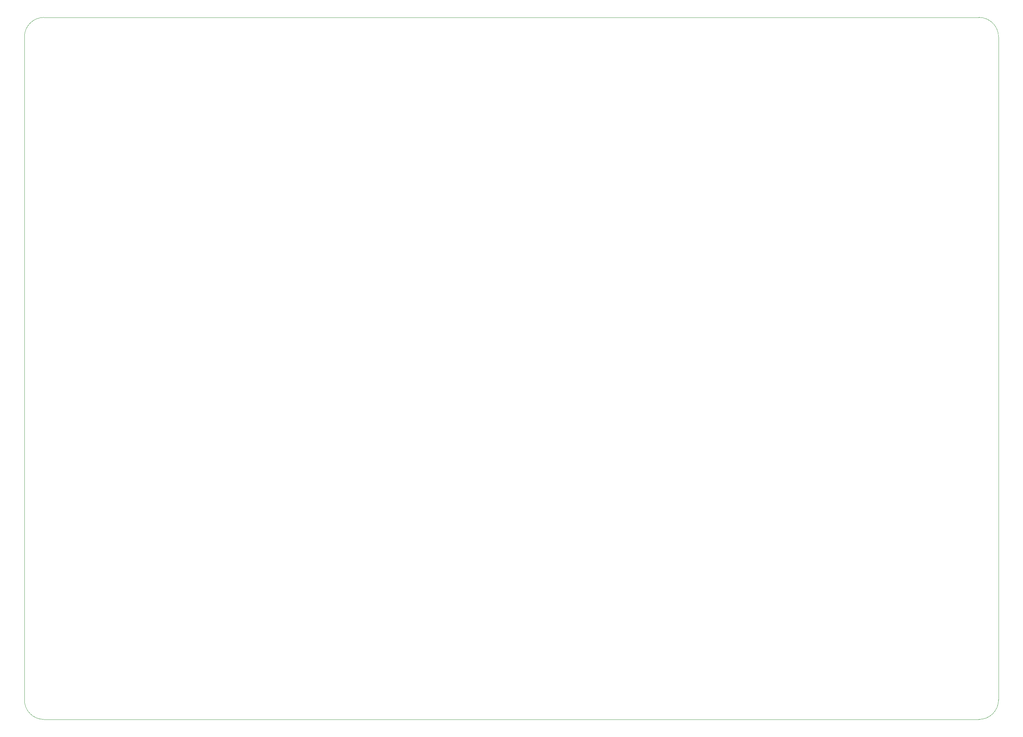
<source format=gbr>
%TF.GenerationSoftware,Altium Limited,Altium Designer,24.5.1 (21)*%
G04 Layer_Color=0*
%FSLAX45Y45*%
%MOMM*%
%TF.SameCoordinates,8E29BE87-1CC9-43BB-A625-A17C5A0C5C18*%
%TF.FilePolarity,Positive*%
%TF.FileFunction,Profile,NP*%
%TF.Part,Single*%
G01*
G75*
%TA.AperFunction,Profile*%
%ADD126C,0.02540*%
D126*
X500000D02*
G02*
X0Y500000I0J500000D01*
G01*
Y17500000D01*
D02*
G02*
X500000Y18000000I500000J0D01*
G01*
X24500000D01*
D02*
G02*
X25000000Y17500000I0J-500000D01*
G01*
X25000000Y500000D01*
D02*
G02*
X24500000Y0I-500000J-0D01*
G01*
X500000D01*
%TF.MD5,ddfdf0fc9a83ffe8193f2bebd1868eb9*%
M02*

</source>
